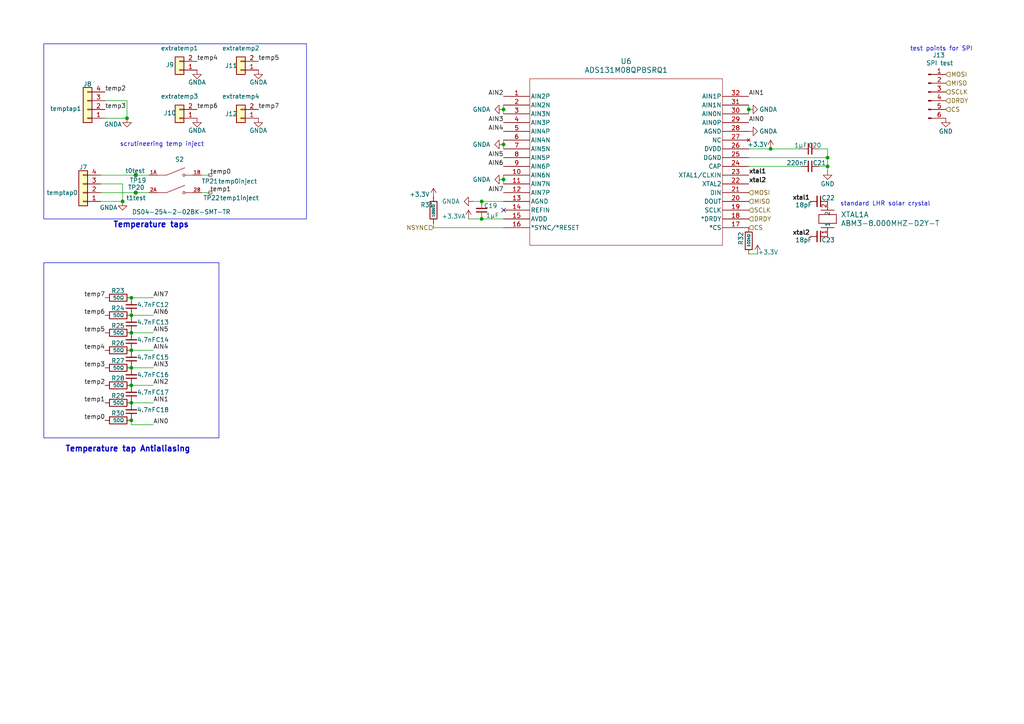
<source format=kicad_sch>
(kicad_sch (version 20250114) (generator "eeschema") (generator_version "9.0")
  (paper "A4")
  (title_block (title "BPS Voltage&Temperature board ") (date "2025-03-05") (rev "2") (company "LHR Solar: Battery Protection System") (comment 1 "Addressed concerns from review council ") (comment 2 "Can support up to 8 temperature inputs. ") (comment 3 "Can support up to 5 cells for voltage measurements.") (comment 4 "Board for measuring voltage and temperature of the battery modules.") (comment 5 "Can support up to 5 cells in series for voltage measurements.") (comment 6 "Can support up to 8 temperature inputs. ") (comment 9 "Addressed concerns from review council "))
  (lib_symbols
    (symbol "ABM3 - 8mhz:ABM3-8.000MHZ-D2Y-T" (pin_names (offset 0.254))
      (property "Reference" "XTAL" (at 5.08 4.445 0))
      (property "Value" "ABM3-8.000MHZ-D2Y-T" (at 5.08 -4.445 0))
      (symbol "ABM3-8.000MHZ-D2Y-T_1_1"
        (polyline (pts (xy 2.54 -1.905) (xy 2.54 1.905)) (stroke (width 0.2032)))
        (polyline (pts (xy 3.81 2.54) (xy 6.35 2.54)) (stroke (width 0.2032)))
        (polyline (pts (xy 3.81 -2.54) (xy 3.81 2.54)) (stroke (width 0.2032)))
        (polyline (pts (xy 6.35 2.54) (xy 6.35 -2.54)) (stroke (width 0.2032)))
        (polyline (pts (xy 6.35 -2.54) (xy 3.81 -2.54)) (stroke (width 0.2032)))
        (polyline (pts (xy 7.62 -1.905) (xy 7.62 1.905)) (stroke (width 0.2032)))
        (pin unspecified line (at 0 0 0) (length 2.54) (name "1") (number "1"))
        (pin unspecified line (at 10.16 0 180) (length 2.54) (name "2") (number "2"))
      )
      (symbol "ABM3-8.000MHZ-D2Y-T_1_2"
        (polyline (pts (xy -2.54 6.35) (xy 2.54 6.35)) (stroke (width 0.2032)))
        (polyline (pts (xy -2.54 3.81) (xy -2.54 6.35)) (stroke (width 0.2032)))
        (polyline (pts (xy 1.905 7.62) (xy -1.905 7.62)) (stroke (width 0.2032)))
        (polyline (pts (xy 1.905 2.54) (xy -1.905 2.54)) (stroke (width 0.2032)))
        (polyline (pts (xy 2.54 6.35) (xy 2.54 3.81)) (stroke (width 0.2032)))
        (polyline (pts (xy 2.54 3.81) (xy -2.54 3.81)) (stroke (width 0.2032)))
        (pin unspecified line (at 0 10.16 270) (length 2.54) (name "2") (number "2"))
        (pin unspecified line (at 0 0 90) (length 2.54) (name "1") (number "1"))
      )
      (symbol "ABM3-8.000MHZ-D2Y-T_2_1"
        (polyline (pts (xy -2.54 6.35) (xy 2.54 6.35)) (stroke (width 0.2032)))
        (polyline (pts (xy -2.54 3.81) (xy -2.54 6.35)) (stroke (width 0.2032)))
        (polyline (pts (xy 1.905 7.62) (xy -1.905 7.62)) (stroke (width 0.2032)))
        (polyline (pts (xy 1.905 2.54) (xy -1.905 2.54)) (stroke (width 0.2032)))
        (polyline (pts (xy 2.54 6.35) (xy 2.54 3.81)) (stroke (width 0.2032)))
        (polyline (pts (xy 2.54 3.81) (xy -2.54 3.81)) (stroke (width 0.2032)))
      )
      (symbol "ABM3-8.000MHZ-D2Y-T_2_2"
        (polyline (pts (xy -2.54 6.35) (xy 2.54 6.35)) (stroke (width 0.2032)))
        (polyline (pts (xy -2.54 3.81) (xy -2.54 6.35)) (stroke (width 0.2032)))
        (polyline (pts (xy 1.905 7.62) (xy -1.905 7.62)) (stroke (width 0.2032)))
        (polyline (pts (xy 1.905 2.54) (xy -1.905 2.54)) (stroke (width 0.2032)))
        (polyline (pts (xy 2.54 6.35) (xy 2.54 3.81)) (stroke (width 0.2032)))
        (polyline (pts (xy 2.54 3.81) (xy -2.54 3.81)) (stroke (width 0.2032)))
      )
    )
    (symbol "ADS131M08Q:ADS131M08QPBSRQ1" (pin_names (offset 0.254))
      (property "Reference" "U1" (at 35.56 10.16 0))
      (property "Value" "ADS131M08QPBSRQ1" (at 35.56 7.62 0))
      (symbol "ADS131M08QPBSRQ1_0_1"
        (polyline (pts (xy 7.62 5.08) (xy 7.62 -43.18)) (stroke (width 0.127)))
        (polyline (pts (xy 7.62 -43.18) (xy 63.5 -43.18)) (stroke (width 0.127)))
        (polyline (pts (xy 63.5 5.08) (xy 7.62 5.08)) (stroke (width 0.127)))
        (polyline (pts (xy 63.5 -43.18) (xy 63.5 5.08)) (stroke (width 0.127)))
        (pin input line (at 0 0 0) (length 7.62) (name "AIN2P") (number "1"))
        (pin input line (at 0 -2.54 0) (length 7.62) (name "AIN2N") (number "2"))
        (pin input line (at 0 -5.08 0) (length 7.62) (name "AIN3N") (number "3"))
        (pin input line (at 0 -7.62 0) (length 7.62) (name "AIN3P") (number "4"))
        (pin input line (at 0 -10.16 0) (length 7.62) (name "AIN4P") (number "5"))
        (pin input line (at 0 -12.7 0) (length 7.62) (name "AIN4N") (number "6"))
        (pin input line (at 0 -15.24 0) (length 7.62) (name "AIN5N") (number "7"))
        (pin input line (at 0 -17.78 0) (length 7.62) (name "AIN5P") (number "8"))
        (pin input line (at 0 -20.32 0) (length 7.62) (name "AIN6P") (number "9"))
        (pin input line (at 0 -22.86 0) (length 7.62) (name "AIN6N") (number "10"))
        (pin input line (at 0 -25.4 0) (length 7.62) (name "AIN7N") (number "11"))
        (pin input line (at 0 -27.94 0) (length 7.62) (name "AIN7P") (number "12"))
        (pin power_in line (at 0 -30.48 0) (length 7.62) (name "AGND") (number "13"))
        (pin power_in line (at 0 -33.02 0) (length 7.62) (name "REFIN") (number "14"))
        (pin power_in line (at 0 -35.56 0) (length 7.62) (name "AVDD") (number "15"))
        (pin input line (at 0 -38.1 0) (length 7.62) (name "*SYNC/*RESET") (number "16"))
        (pin input line (at 71.12 0 180) (length 7.62) (name "AIN1P") (number "32"))
        (pin input line (at 71.12 -2.54 180) (length 7.62) (name "AIN1N") (number "31"))
        (pin input line (at 71.12 -5.08 180) (length 7.62) (name "AIN0N") (number "30"))
        (pin input line (at 71.12 -7.62 180) (length 7.62) (name "AIN0P") (number "29"))
        (pin power_out line (at 71.12 -10.16 180) (length 7.62) (name "AGND") (number "28"))
        (pin no_connect line (at 71.12 -12.7 180) (length 7.62) (name "NC") (number "27"))
        (pin power_in line (at 71.12 -15.24 180) (length 7.62) (name "DVDD") (number "26"))
        (pin power_in line (at 71.12 -17.78 180) (length 7.62) (name "DGND") (number "25"))
        (pin output line (at 71.12 -20.32 180) (length 7.62) (name "CAP") (number "24"))
        (pin input line (at 71.12 -22.86 180) (length 7.62) (name "XTAL1/CLKIN") (number "23"))
        (pin output line (at 71.12 -25.4 180) (length 7.62) (name "XTAL2") (number "22"))
        (pin input line (at 71.12 -27.94 180) (length 7.62) (name "DIN") (number "21"))
        (pin output line (at 71.12 -30.48 180) (length 7.62) (name "DOUT") (number "20"))
        (pin input line (at 71.12 -33.02 180) (length 7.62) (name "SCLK") (number "19"))
        (pin output line (at 71.12 -35.56 180) (length 7.62) (name "*DRDY") (number "18"))
        (pin input line (at 71.12 -38.1 180) (length 7.62) (name "*CS") (number "17"))
      )
    )
    (symbol "Connector:Conn_01x06_Pin" (pin_names (offset 1.016) (hide yes))
      (property "Reference" "J" (at 0 7.62 0))
      (property "Value" "Conn_01x06_Pin" (at 0 -10.16 0))
      (symbol "Conn_01x06_Pin_1_1"
        (rectangle (start 0.8636 5.207) (end 0 4.953) (stroke (width 0.1524)) (fill (type outline)))
        (rectangle (start 0.8636 2.667) (end 0 2.413) (stroke (width 0.1524)) (fill (type outline)))
        (rectangle (start 0.8636 0.127) (end 0 -0.127) (stroke (width 0.1524)) (fill (type outline)))
        (rectangle (start 0.8636 -2.413) (end 0 -2.667) (stroke (width 0.1524)) (fill (type outline)))
        (rectangle (start 0.8636 -4.953) (end 0 -5.207) (stroke (width 0.1524)) (fill (type outline)))
        (rectangle (start 0.8636 -7.493) (end 0 -7.747) (stroke (width 0.1524)) (fill (type outline)))
        (polyline (pts (xy 1.27 5.08) (xy 0.8636 5.08)) (stroke (width 0.1524)))
        (polyline (pts (xy 1.27 2.54) (xy 0.8636 2.54)) (stroke (width 0.1524)))
        (polyline (pts (xy 1.27 0) (xy 0.8636 0)) (stroke (width 0.1524)))
        (polyline (pts (xy 1.27 -2.54) (xy 0.8636 -2.54)) (stroke (width 0.1524)))
        (polyline (pts (xy 1.27 -5.08) (xy 0.8636 -5.08)) (stroke (width 0.1524)))
        (polyline (pts (xy 1.27 -7.62) (xy 0.8636 -7.62)) (stroke (width 0.1524)))
        (pin passive line (at 5.08 5.08 180) (length 3.81) (name "Pin_1") (number "1"))
        (pin passive line (at 5.08 2.54 180) (length 3.81) (name "Pin_2") (number "2"))
        (pin passive line (at 5.08 0 180) (length 3.81) (name "Pin_3") (number "3"))
        (pin passive line (at 5.08 -2.54 180) (length 3.81) (name "Pin_4") (number "4"))
        (pin passive line (at 5.08 -5.08 180) (length 3.81) (name "Pin_5") (number "5"))
        (pin passive line (at 5.08 -7.62 180) (length 3.81) (name "Pin_6") (number "6"))
      )
    )
    (symbol "Connector:TestPoint_Small" (pin_numbers (hide yes)) (pin_names (offset 0.762) (hide yes))
      (property "Reference" "TP" (at 0 3.81 0))
      (property "Value" "TestPoint_Small" (at 0 2.032 0))
      (symbol "TestPoint_Small_0_1"
        (circle (center 0 0) (radius 0.508))
      )
      (symbol "TestPoint_Small_1_1"
        (pin passive line (at 0 0 90) (length 0) (name "1") (number "1"))
      )
    )
    (symbol "Connector_Generic:Conn_01x02" (pin_names (offset 1.016) (hide yes))
      (property "Reference" "J" (at 0 2.54 0))
      (property "Value" "Conn_01x02" (at 0 -5.08 0))
      (symbol "Conn_01x02_1_1"
        (rectangle (start -1.27 1.27) (end 1.27 -3.81) (stroke (width 0.254)) (fill (type background)))
        (rectangle (start -1.27 0.127) (end 0 -0.127) (stroke (width 0.1524)))
        (rectangle (start -1.27 -2.413) (end 0 -2.667) (stroke (width 0.1524)))
        (pin passive line (at -5.08 0 0) (length 3.81) (name "Pin_1") (number "1"))
        (pin passive line (at -5.08 -2.54 0) (length 3.81) (name "Pin_2") (number "2"))
      )
    )
    (symbol "Connector_Generic:Conn_01x04" (pin_names (offset 1.016) (hide yes))
      (property "Reference" "J" (at 0 5.08 0))
      (property "Value" "Conn_01x04" (at 0 -7.62 0))
      (symbol "Conn_01x04_1_1"
        (rectangle (start -1.27 3.81) (end 1.27 -6.35) (stroke (width 0.254)) (fill (type background)))
        (rectangle (start -1.27 2.667) (end 0 2.413) (stroke (width 0.1524)))
        (rectangle (start -1.27 0.127) (end 0 -0.127) (stroke (width 0.1524)))
        (rectangle (start -1.27 -2.413) (end 0 -2.667) (stroke (width 0.1524)))
        (rectangle (start -1.27 -4.953) (end 0 -5.207) (stroke (width 0.1524)))
        (pin passive line (at -5.08 2.54 0) (length 3.81) (name "Pin_1") (number "1"))
        (pin passive line (at -5.08 0 0) (length 3.81) (name "Pin_2") (number "2"))
        (pin passive line (at -5.08 -2.54 0) (length 3.81) (name "Pin_3") (number "3"))
        (pin passive line (at -5.08 -5.08 0) (length 3.81) (name "Pin_4") (number "4"))
      )
    )
    (symbol "DS04-254-2-02BK-SMT-TR:DS04-254-2-02BK-SMT-TR" (pin_names (offset 1.016))
      (property "Reference" "S" (at -2.54 5.08 0))
      (property "Value" "DS04-254-2-02BK-SMT-TR" (at -2.54 -5.08 0))
      (symbol "DS04-254-2-02BK-SMT-TR_0_0"
        (polyline (pts (xy -2.54 2.54) (xy -5.08 2.54)) (stroke (width 0.1524)))
        (polyline (pts (xy -2.54 2.54) (xy 2.794 4.6736)) (stroke (width 0.1524)))
        (polyline (pts (xy -2.54 -2.54) (xy -5.08 -2.54)) (stroke (width 0.1524)))
        (polyline (pts (xy -2.54 -2.54) (xy 2.794 -0.4064)) (stroke (width 0.1524)))
        (circle (center 2.54 2.54) (radius 0.3302) (stroke (width 0.1524)))
        (circle (center 2.54 -2.54) (radius 0.3302) (stroke (width 0.1524)))
        (polyline (pts (xy 5.08 2.54) (xy 2.921 2.54)) (stroke (width 0.1524)))
        (polyline (pts (xy 5.08 -2.54) (xy 2.921 -2.54)) (stroke (width 0.1524)))
        (pin passive line (at -7.62 2.54 0) (length 2.54) (name "~") (number "1A"))
        (pin passive line (at -7.62 -2.54 0) (length 2.54) (name "~") (number "2A"))
        (pin passive line (at 7.62 2.54 180) (length 2.54) (name "~") (number "1B"))
        (pin passive line (at 7.62 -2.54 180) (length 2.54) (name "~") (number "2B"))
      )
    )
    (symbol "Device:C_Small" (pin_numbers (hide yes)) (pin_names (offset 0.254) (hide yes))
      (property "Reference" "C" (at 0.254 1.778 0))
      (property "Value" "C_Small" (at 0.254 -2.032 0))
      (symbol "C_Small_0_1"
        (polyline (pts (xy -1.524 0.508) (xy 1.524 0.508)) (stroke (width 0.3048)))
        (polyline (pts (xy -1.524 -0.508) (xy 1.524 -0.508)) (stroke (width 0.3302)))
      )
      (symbol "C_Small_1_1"
        (pin passive line (at 0 2.54 270) (length 2.032) (name "~") (number "1"))
        (pin passive line (at 0 -2.54 90) (length 2.032) (name "~") (number "2"))
      )
    )
    (symbol "Device:R" (pin_numbers (hide yes)) (pin_names (offset 0))
      (property "Reference" "R" (at 2.032 0 90))
      (property "Value" "R" (at 0 0 90))
      (symbol "R_0_1"
        (rectangle (start -1.016 -2.54) (end 1.016 2.54) (stroke (width 0.254)))
      )
      (symbol "R_1_1"
        (pin passive line (at 0 3.81 270) (length 1.27) (name "~") (number "1"))
        (pin passive line (at 0 -3.81 90) (length 1.27) (name "~") (number "2"))
      )
    )
    (symbol "power:+3.3V" (power) (pin_numbers (hide yes)) (pin_names (offset 0) (hide yes))
      (property "Value" "+3.3V" (at 0 3.556 0))
      (symbol "+3.3V_0_1"
        (polyline (pts (xy -0.762 1.27) (xy 0 2.54)))
        (polyline (pts (xy 0 2.54) (xy 0.762 1.27)))
        (polyline (pts (xy 0 0) (xy 0 2.54)))
      )
      (symbol "+3.3V_1_1"
        (pin power_in line (at 0 0 90) (length 0) (name "~") (number "1"))
      )
    )
    (symbol "power:+3.3VA" (power) (pin_numbers (hide yes)) (pin_names (offset 0) (hide yes))
      (property "Value" "+3.3VA" (at 0 3.556 0))
      (symbol "+3.3VA_0_1"
        (polyline (pts (xy -0.762 1.27) (xy 0 2.54)))
        (polyline (pts (xy 0 2.54) (xy 0.762 1.27)))
        (polyline (pts (xy 0 0) (xy 0 2.54)))
      )
      (symbol "+3.3VA_1_1"
        (pin power_in line (at 0 0 90) (length 0) (name "~") (number "1"))
      )
    )
    (symbol "power:GND" (power) (pin_numbers (hide yes)) (pin_names (offset 0) (hide yes))
      (property "Value" "GND" (at 0 -3.81 0))
      (symbol "GND_0_1"
        (polyline (pts (xy 0 0) (xy 0 -1.27) (xy 1.27 -1.27) (xy 0 -2.54) (xy -1.27 -1.27) (xy 0 -1.27)))
      )
      (symbol "GND_1_1"
        (pin power_in line (at 0 0 270) (length 0) (name "~") (number "1"))
      )
    )
    (symbol "power:GNDA" (power) (pin_numbers (hide yes)) (pin_names (offset 0) (hide yes))
      (property "Value" "GNDA" (at 0 -3.81 0))
      (symbol "GNDA_0_1"
        (polyline (pts (xy 0 0) (xy 0 -1.27) (xy 1.27 -1.27) (xy 0 -2.54) (xy -1.27 -1.27) (xy 0 -1.27)))
      )
      (symbol "GNDA_1_1"
        (pin power_in line (at 0 0 270) (length 0) (name "~") (number "1"))
      )
    )
  )
  (rectangle (start 12.7 12.7) (end 88.9 63.5))
  (rectangle (start 12.7 76.2) (end 63.5 127))
  (text "Temperature tap Antialiasing\n" (at 37.084 130.302 0) (effects (font (size 1.651 1.651) (thickness 0.3302) (bold yes))))
  (text "Temperature taps " (at 44.45 65.278 0) (effects (font (size 1.651 1.651) (thickness 0.3302) (bold yes))))
  (text "standard LHR solar crystal" (at 256.794 59.182 0) (effects (font (size 1.27 1.27))))
  (text "test points for SPI\n" (at 273.05 14.224 0) (effects (font (size 1.27 1.27))))
  (text "scrutineering temp inject\n" (at 46.99 41.91 0) (effects (font (size 1.27 1.27))))
  (junction (at 139.7 63.5))
  (junction (at 38.1 86.36))
  (junction (at 39.37 55.88))
  (junction (at 240.03 45.72))
  (junction (at 39.37 50.8))
  (junction (at 217.17 31.75))
  (junction (at 139.7 58.42))
  (junction (at 146.05 31.75))
  (junction (at 146.05 52.07))
  (junction (at 38.1 111.76))
  (junction (at 38.1 116.84))
  (junction (at 36.83 34.29))
  (junction (at 223.52 43.18))
  (junction (at 38.1 101.6))
  (junction (at 38.1 106.68))
  (junction (at 38.1 91.44))
  (junction (at 35.56 58.42))
  (junction (at 240.03 48.26))
  (junction (at 38.1 96.52))
  (junction (at 38.1 121.92))
  (junction (at 146.05 41.91))
  (no_connect (at 146.05 60.96))
  (wire (pts (xy 146.05 41.91) (xy 146.05 43.18)))
  (wire (pts (xy 240.03 48.26) (xy 240.03 45.72)))
  (wire (pts (xy 38.1 123.19) (xy 38.1 121.92)))
  (wire (pts (xy 44.45 96.52) (xy 38.1 96.52)))
  (wire (pts (xy 217.17 31.75) (xy 217.17 33.02)))
  (wire (pts (xy 60.96 50.8) (xy 58.42 50.8)))
  (wire (pts (xy 43.18 50.8) (xy 39.37 50.8)))
  (wire (pts (xy 44.45 86.36) (xy 38.1 86.36)))
  (wire (pts (xy 240.03 49.53) (xy 240.03 48.26)))
  (wire (pts (xy 146.05 40.64) (xy 146.05 41.91)))
  (wire (pts (xy 44.45 91.44) (xy 38.1 91.44)))
  (wire (pts (xy 29.21 58.42) (xy 35.56 58.42)))
  (wire (pts (xy 232.41 48.26) (xy 217.17 48.26)))
  (wire (pts (xy 223.52 43.18) (xy 232.41 43.18)))
  (wire (pts (xy 146.05 52.07) (xy 146.05 53.34)))
  (wire (pts (xy 36.83 34.29) (xy 36.83 29.21)))
  (wire (pts (xy 43.18 55.88) (xy 39.37 55.88)))
  (wire (pts (xy 146.05 30.48) (xy 146.05 31.75)))
  (wire (pts (xy 237.49 48.26) (xy 240.03 48.26)))
  (wire (pts (xy 44.45 101.6) (xy 38.1 101.6)))
  (wire (pts (xy 217.17 43.18) (xy 223.52 43.18)))
  (wire (pts (xy 139.7 63.5) (xy 146.05 63.5)))
  (wire (pts (xy 217.17 30.48) (xy 217.17 31.75)))
  (wire (pts (xy 44.45 116.84) (xy 38.1 116.84)))
  (wire (pts (xy 36.83 34.29) (xy 30.48 34.29)))
  (wire (pts (xy 44.45 111.76) (xy 38.1 111.76)))
  (wire (pts (xy 125.73 66.04) (xy 146.05 66.04)))
  (wire (pts (xy 36.83 29.21) (xy 30.48 29.21)))
  (wire (pts (xy 137.16 58.42) (xy 139.7 58.42)))
  (wire (pts (xy 240.03 43.18) (xy 237.49 43.18)))
  (wire (pts (xy 139.7 58.42) (xy 146.05 58.42)))
  (wire (pts (xy 35.56 53.34) (xy 35.56 58.42)))
  (wire (pts (xy 44.45 123.19) (xy 38.1 123.19)))
  (wire (pts (xy 29.21 53.34) (xy 35.56 53.34)))
  (wire (pts (xy 240.03 45.72) (xy 240.03 43.18)))
  (wire (pts (xy 146.05 50.8) (xy 146.05 52.07)))
  (wire (pts (xy 125.73 64.77) (xy 125.73 66.04)))
  (wire (pts (xy 219.71 73.66) (xy 217.17 73.66)))
  (wire (pts (xy 39.37 50.8) (xy 29.21 50.8)))
  (wire (pts (xy 44.45 106.68) (xy 38.1 106.68)))
  (wire (pts (xy 60.96 55.88) (xy 58.42 55.88)))
  (wire (pts (xy 146.05 31.75) (xy 146.05 33.02)))
  (wire (pts (xy 217.17 45.72) (xy 240.03 45.72)))
  (wire (pts (xy 135.89 63.5) (xy 139.7 63.5)))
  (wire (pts (xy 29.21 55.88) (xy 39.37 55.88)))
  (label "AIN1" (at 44.45 116.84 0))
  (label "AIN2" (at 44.45 111.76 0))
  (label "AIN3" (at 146.05 35.56 180))
  (label "temp3" (at 30.48 106.68 180))
  (label "temp6" (at 30.48 91.44 180))
  (label "AIN1" (at 217.17 27.94 0))
  (label "temp7" (at 74.93 31.75 0))
  (label "temp1" (at 60.96 55.88 0))
  (label "AIN6" (at 146.05 48.26 180) (effects (font (thickness 0.1588))))
  (label "temp7" (at 30.48 86.36 180))
  (label "xtal2" (at 234.95 68.58 180) (effects (font (thickness 0.254) (bold yes))))
  (label "temp0" (at 60.96 50.8 0))
  (label "temp6" (at 57.15 31.75 0))
  (label "AIN7" (at 44.45 86.36 0) (effects (font (thickness 0.1588))))
  (label "temp0" (at 30.48 121.92 180))
  (label "temp3" (at 30.48 31.75 0))
  (label "AIN0" (at 44.45 123.19 0))
  (label "temp5" (at 30.48 96.52 180))
  (label "AIN7" (at 146.05 55.88 180) (effects (font (thickness 0.1588))))
  (label "AIN4" (at 44.45 101.6 0))
  (label "xtal2" (at 217.17 53.34 0) (effects (font (thickness 0.254) (bold yes))))
  (label "AIN2" (at 146.05 27.94 180))
  (label "AIN5" (at 44.45 96.52 0) (effects (font (thickness 0.1588))))
  (label "AIN4" (at 146.05 38.1 180))
  (label "temp4" (at 30.48 101.6 180))
  (label "temp5" (at 74.93 17.78 0))
  (label "AIN0" (at 217.17 35.56 0))
  (label "temp1" (at 30.48 116.84 180))
  (label "xtal1" (at 234.95 58.42 180) (effects (font (thickness 0.254) (bold yes))))
  (label "temp2" (at 30.48 26.67 0))
  (label "AIN3" (at 44.45 106.68 0))
  (label "temp4" (at 57.15 17.78 0))
  (label "xtal1" (at 217.17 50.8 0) (effects (font (thickness 0.254) (bold yes))))
  (label "temp2" (at 30.48 111.76 180))
  (label "AIN6" (at 44.45 91.44 0) (effects (font (thickness 0.1588))))
  (label "AIN5" (at 146.05 45.72 180))
  (hierarchical_label "SCLK" (shape input) (at 274.32 26.67 0))
  (hierarchical_label "MOSI" (shape input) (at 217.17 55.88 0))
  (hierarchical_label "DRDY" (shape input) (at 274.32 29.21 0))
  (hierarchical_label "CS" (shape input) (at 274.32 31.75 0))
  (hierarchical_label "NSYNC" (shape input) (at 125.73 66.04 180))
  (hierarchical_label "MISO" (shape input) (at 274.32 24.13 0))
  (hierarchical_label "DRDY" (shape input) (at 217.17 63.5 0))
  (hierarchical_label "CS" (shape input) (at 217.17 66.04 0))
  (hierarchical_label "MOSI" (shape input) (at 274.32 21.59 0))
  (hierarchical_label "MISO" (shape input) (at 217.17 58.42 0))
  (hierarchical_label "SCLK" (shape input) (at 217.17 60.96 0))
  (symbol (lib_id "power:GNDA") (at 57.15 34.29 0) (unit 1)
    (property "Reference" "#PWR034" (effects (hide yes)))
    (property "Value" "GNDA" (at 57.15 37.846 0))
    (property "Description" "Power symbol creates a global label with name \"GNDA\" , analog ground" (effects (hide yes)))
  )
  (symbol (lib_id "power:+3.3V") (at 125.73 57.15 0) (unit 1)
    (property "Reference" "#PWR037" (effects (hide yes)))
    (property "Value" "+3.3V" (at 121.666 56.388 0))
    (property "Description" "Power symbol creates a global label with name \"+3.3V\"" (effects (hide yes)))
  )
  (symbol (lib_id "power:GNDA") (at 36.83 34.29 0) (unit 1)
    (property "Reference" "#PWR032" (effects (hide yes)))
    (property "Value" "GNDA" (at 32.766 36.068 0))
    (property "Description" "Power symbol creates a global label with name \"GNDA\" , analog ground" (effects (hide yes)))
  )
  (symbol (lib_id "power:GND") (at 274.32 34.29 0) (unit 1)
    (property "Reference" "#PWR048" (effects (hide yes)))
    (property "Value" "GND" (at 274.32 38.1 0))
    (property "Description" "Power symbol creates a global label with name \"GND\" , ground" (effects (hide yes)))
  )
  (symbol (lib_id "Device:C_Small") (at 38.1 104.14 180) (unit 1)
    (property "Reference" "C15" (at 49.022 103.632 0) (effects (justify left)))
    (property "Value" "4.7nF" (at 45.212 103.632 0) (effects (justify left)))
    (property "Footprint" "Capacitor_SMD:C_0805_2012Metric" (effects (hide yes)))
    (property "Datasheet" "https://www.mouser.com/datasheet/2/447/KEM_C1022_C0G_AUTO_SMD-3316328.pdf" (effects (hide yes)))
    (property "Description" "Unpolarized capacitor, small symbol" (effects (hide yes)))
    (property "P/N" "80-C0805C472J3GAUTO " (effects (hide yes)))
  )
  (symbol (lib_id "Device:C_Small") (at 237.49 68.58 270) (unit 1)
    (property "Reference" "C23" (at 238.252 69.596 90) (effects (justify left)))
    (property "Value" "18pF" (at 230.632 69.596 90) (effects (justify left)))
    (property "Footprint" "Capacitor_SMD:C_0805_2012Metric" (effects (hide yes)))
    (property "Datasheet" "https://www.mouser.com/datasheet/2/40/KGU_Series-3454125.pdf" (effects (hide yes)))
    (property "Description" "Unpolarized capacitor, small symbol" (effects (hide yes)))
    (property "P/N" "581-KGU21RCG2E180FU " (effects (hide yes)))
  )
  (symbol (lib_id "Connector:TestPoint_Small") (at 39.37 50.8 0) (unit 1)
    (property "Reference" "TP19" (at 37.592 52.324 0) (effects (justify left)))
    (property "Value" "t0test" (at 36.322 49.53 0) (effects (justify left)))
    (property "Footprint" "UTSVT_Special:TestPoint_HEX_3mmID" (effects (hide yes)))
    (property "Description" "test point" (effects (hide yes)))
  )
  (symbol (lib_id "power:+3.3V") (at 223.52 43.18 0) (unit 1)
    (property "Reference" "#PWR046" (effects (hide yes)))
    (property "Value" "+3.3V" (at 219.71 41.91 0))
    (property "Description" "Power symbol creates a global label with name \"+3.3V\"" (effects (hide yes)))
  )
  (symbol (lib_id "Device:R") (at 125.73 60.96 0) (unit 1)
    (property "Reference" "R31" (at 121.92 59.436 0) (effects (justify left)))
    (property "Value" "100kΩ" (at 125.73 62.992 90) (effects (font (size 0.762 0.762)) (justify left)))
    (property "Footprint" "Resistor_SMD:R_0805_2012Metric" (effects (hide yes)))
    (property "Datasheet" "https://www.mouser.com/ProductDetail/Vishay-Dale/CRCW0805100KFKEAC?qs=sGAEpiMZZMvdGkrng054t0DrEhLhGh8gZRT9GjFuHWDV3jEqj5sSqw%3D%3D" (effects (hide yes)))
    (property "Description" "Resistor" (effects (hide yes)))
    (property "P/N" "CRCW0805100KFKEAC" (effects (hide yes)))
  )
  (symbol (lib_id "Connector:TestPoint_Small") (at 60.96 50.8 0) (unit 1)
    (property "Reference" "TP21" (at 58.42 52.578 0) (effects (justify left)))
    (property "Value" "temp0inject" (at 63.246 52.578 0) (effects (justify left)))
    (property "Footprint" "TestPoint:TestPoint_Keystone_5010-5014_Multipurpose" (effects (hide yes)))
    (property "Description" "test point" (effects (hide yes)))
  )
  (symbol (lib_id "power:GNDA") (at 35.56 58.42 0) (unit 1)
    (property "Reference" "#PWR031" (effects (hide yes)))
    (property "Value" "GNDA" (at 31.496 60.198 0))
    (property "Description" "Power symbol creates a global label with name \"GNDA\" , analog ground" (effects (hide yes)))
  )
  (symbol (lib_id "Device:C_Small") (at 139.7 60.96 180) (unit 1)
    (property "Reference" "C19" (at 144.272 59.69 0) (effects (justify left)))
    (property "Value" "1μF" (at 144.78 62.484 0) (effects (justify left)))
    (property "Footprint" "Capacitor_SMD:C_0805_2012Metric" (effects (hide yes)))
    (property "Datasheet" "https://www.mouser.com/ProductDetail/KEMET/C0805C105K5PACTU?qs=mYAa4mSiDJyTAfAbrHf%2FRg%3D%3D" (effects (hide yes)))
    (property "Description" "Unpolarized capacitor, small symbol" (effects (hide yes)))
    (property "P/N" "C0805C105K5PACTU" (effects (hide yes)))
  )
  (symbol (lib_id "Device:C_Small") (at 38.1 99.06 180) (unit 1)
    (property "Reference" "C14" (at 49.022 98.552 0) (effects (justify left)))
    (property "Value" "4.7nF" (at 45.212 98.552 0) (effects (justify left)))
    (property "Footprint" "Capacitor_SMD:C_0805_2012Metric" (effects (hide yes)))
    (property "Datasheet" "https://www.mouser.com/datasheet/2/447/KEM_C1022_C0G_AUTO_SMD-3316328.pdf" (effects (hide yes)))
    (property "Description" "Unpolarized capacitor, small symbol" (effects (hide yes)))
    (property "P/N" "80-C0805C472J3GAUTO " (effects (hide yes)))
  )
  (symbol (lib_id "Device:R") (at 34.29 121.92 270) (unit 1)
    (property "Reference" "R30" (at 32.258 119.888 90) (effects (justify left)))
    (property "Value" "50Ω" (at 32.766 121.92 90) (effects (font (size 1.016 1.016)) (justify left)))
    (property "Footprint" "Resistor_SMD:R_0805_2012Metric" (effects (hide yes)))
    (property "Datasheet" "https://www.vishay.com/docs/20008/dcrcw.pdf" (effects (hide yes)))
    (property "Description" "Resistor" (effects (hide yes)))
    (property "P/N" "71-CRCW0805-50 " (effects (hide yes)))
  )
  (symbol (lib_id "Device:C_Small") (at 38.1 93.98 180) (unit 1)
    (property "Reference" "C13" (at 49.022 93.472 0) (effects (justify left)))
    (property "Value" "4.7nF" (at 45.212 93.472 0) (effects (justify left)))
    (property "Footprint" "Capacitor_SMD:C_0805_2012Metric" (effects (hide yes)))
    (property "Datasheet" "https://www.mouser.com/datasheet/2/447/KEM_C1022_C0G_AUTO_SMD-3316328.pdf" (effects (hide yes)))
    (property "Description" "Unpolarized capacitor, small symbol" (effects (hide yes)))
    (property "P/N" "80-C0805C472J3GAUTO " (effects (hide yes)))
  )
  (symbol (lib_id "Connector:TestPoint_Small") (at 60.96 55.88 0) (unit 1)
    (property "Reference" "TP22" (at 58.928 57.404 0) (effects (justify left)))
    (property "Value" "temp1inject" (at 63.754 57.404 0) (effects (justify left)))
    (property "Footprint" "TestPoint:TestPoint_Keystone_5010-5014_Multipurpose" (effects (hide yes)))
    (property "Description" "test point" (effects (hide yes)))
  )
  (symbol (lib_id "power:+3.3V") (at 219.71 73.66 0) (unit 1)
    (property "Reference" "#PWR045" (effects (hide yes)))
    (property "Value" "+3.3V" (at 222.758 73.152 0))
    (property "Description" "Power symbol creates a global label with name \"+3.3V\"" (effects (hide yes)))
  )
  (symbol (lib_id "Device:C_Small") (at 38.1 119.38 180) (unit 1)
    (property "Reference" "C18" (at 49.022 118.872 0) (effects (justify left)))
    (property "Value" "4.7nF" (at 45.212 118.872 0) (effects (justify left)))
    (property "Footprint" "Capacitor_SMD:C_0805_2012Metric" (effects (hide yes)))
    (property "Datasheet" "https://www.mouser.com/datasheet/2/447/KEM_C1022_C0G_AUTO_SMD-3316328.pdf" (effects (hide yes)))
    (property "Description" "Unpolarized capacitor, small symbol" (effects (hide yes)))
    (property "P/N" "80-C0805C472J3GAUTO " (effects (hide yes)))
  )
  (symbol (lib_id "power:GNDA") (at 137.16 58.42 270) (unit 1)
    (property "Reference" "#PWR039" (effects (hide yes)))
    (property "Value" "GNDA" (at 133.35 58.4199 90) (effects (justify right)))
    (property "Description" "Power symbol creates a global label with name \"GNDA\" , analog ground" (effects (hide yes)))
  )
  (symbol (lib_id "Device:C_Small") (at 234.95 43.18 90) (unit 1)
    (property "Reference" "C20" (at 238.252 42.164 90) (effects (justify left)))
    (property "Value" "1μF" (at 234.188 42.164 90) (effects (justify left)))
    (property "Footprint" "Capacitor_SMD:C_0805_2012Metric" (effects (hide yes)))
    (property "Datasheet" "https://www.mouser.com/ProductDetail/KEMET/C0805C105K5PACTU?qs=mYAa4mSiDJyTAfAbrHf%2FRg%3D%3D" (effects (hide yes)))
    (property "Description" "Unpolarized capacitor, small symbol" (effects (hide yes)))
    (property "P/N" "C0805C105K5PACTU" (effects (hide yes)))
  )
  (symbol (lib_id "Connector_Generic:Conn_01x02") (at 52.07 20.32 180) (unit 1)
    (property "Reference" "J9" (at 49.276 18.796 0))
    (property "Value" "extratemp1" (at 52.07 13.97 0))
    (property "Footprint" "Connector_Molex:Molex_Nano-Fit_105313-xx02_1x02_P2.50mm_Horizontal" (effects (hide yes)))
    (property "Datasheet" "https://tools.molex.com/pdm_docs/sd/1053132102_sd.pdf" (effects (hide yes)))
    (property "Description" "Generic connector, single row, 01x02, script generated (kicad-library-utils/schlib/autogen/connector/)" (effects (hide yes)))
    (property "P/N" "538-105313-2102" (effects (hide yes)))
  )
  (symbol (lib_id "Connector:Conn_01x06_Pin") (at 269.24 26.67 0) (unit 1)
    (property "Reference" "J13" (at 272.288 16.002 0))
    (property "Value" "SPI test" (at 272.542 18.288 0))
    (property "Footprint" "Connector_PinHeader_2.54mm:PinHeader_1x06_P2.54mm_Vertical" (effects (hide yes)))
    (property "Description" "Generic connector, single row, 01x06, script generated" (effects (hide yes)))
  )
  (symbol (lib_id "Connector_Generic:Conn_01x04") (at 24.13 55.88 180) (unit 1)
    (property "Reference" "J7" (at 24.13 48.514 0))
    (property "Value" "temptap0" (at 18.034 55.88 0))
    (property "Footprint" "Connector_Molex:Molex_Nano-Fit_105313-xx04_1x04_P2.50mm_Horizontal" (effects (hide yes)))
    (property "Datasheet" "https://tools.molex.com/pdm_docs/sd/1053132104_sd.pdf" (effects (hide yes)))
    (property "Description" "Generic connector, single row, 01x04, script generated (kicad-library-utils/schlib/autogen/connector/)" (effects (hide yes)))
    (property "P/N" "538-105313-2104" (effects (hide yes)))
  )
  (symbol (lib_id "power:GNDA") (at 74.93 34.29 0) (unit 1)
    (property "Reference" "#PWR036" (effects (hide yes)))
    (property "Value" "GNDA" (at 74.93 37.846 0))
    (property "Description" "Power symbol creates a global label with name \"GNDA\" , analog ground" (effects (hide yes)))
  )
  (symbol (lib_id "power:GNDA") (at 74.93 20.32 0) (unit 1)
    (property "Reference" "#PWR035" (effects (hide yes)))
    (property "Value" "GNDA" (at 74.93 23.876 0))
    (property "Description" "Power symbol creates a global label with name \"GNDA\" , analog ground" (effects (hide yes)))
  )
  (symbol (lib_id "power:GNDA") (at 146.05 31.75 270) (unit 1)
    (property "Reference" "#PWR040" (effects (hide yes)))
    (property "Value" "GNDA" (at 142.24 31.7499 90) (effects (justify right)))
    (property "Description" "Power symbol creates a global label with name \"GNDA\" , analog ground" (effects (hide yes)))
  )
  (symbol (lib_id "ADS131M08Q:ADS131M08QPBSRQ1") (at 146.05 27.94 0) (unit 1)
    (property "Reference" "U6" (at 181.61 17.78 0) (effects (font (size 1.524 1.524))))
    (property "Value" "ADS131M08QPBSRQ1" (at 181.61 20.32 0) (effects (font (size 1.524 1.524))))
    (property "Footprint" "footprints:TQFP32_PBS_TEX" (effects (hide yes)))
    (property "Datasheet" "https://www.ti.com/lit/ds/symlink/ads131m08-q1.pdf?ts=1738977833542" (effects (hide yes)))
    (property "P/N" "595-ADS131M08QPBSRQ1" (effects (hide yes)))
  )
  (symbol (lib_id "Connector_Generic:Conn_01x04") (at 25.4 31.75 180) (unit 1)
    (property "Reference" "J8" (at 25.4 24.384 0))
    (property "Value" "temptap1" (at 19.05 31.496 0))
    (property "Footprint" "Connector_Molex:Molex_Nano-Fit_105313-xx04_1x04_P2.50mm_Horizontal" (effects (hide yes)))
    (property "Datasheet" "https://tools.molex.com/pdm_docs/sd/1053132104_sd.pdf" (effects (hide yes)))
    (property "Description" "Generic connector, single row, 01x04, script generated (kicad-library-utils/schlib/autogen/connector/)" (effects (hide yes)))
    (property "P/N" "538-105313-2104" (effects (hide yes)))
  )
  (symbol (lib_id "Device:R") (at 34.29 106.68 270) (unit 1)
    (property "Reference" "R27" (at 32.258 104.648 90) (effects (justify left)))
    (property "Value" "50Ω" (at 32.766 106.68 90) (effects (font (size 1.016 1.016)) (justify left)))
    (property "Footprint" "Resistor_SMD:R_0805_2012Metric" (effects (hide yes)))
    (property "Datasheet" "https://www.vishay.com/docs/20008/dcrcw.pdf" (effects (hide yes)))
    (property "Description" "Resistor" (effects (hide yes)))
    (property "P/N" "71-CRCW0805-50 " (effects (hide yes)))
  )
  (symbol (lib_id "Connector:TestPoint_Small") (at 39.37 55.88 0) (unit 1)
    (property "Reference" "TP20" (at 37.084 54.356 0) (effects (justify left)))
    (property "Value" "t1test" (at 36.576 57.404 0) (effects (justify left)))
    (property "Footprint" "UTSVT_Special:TestPoint_HEX_3mmID" (effects (hide yes)))
    (property "Description" "test point" (effects (hide yes)))
  )
  (symbol (lib_id "Device:C_Small") (at 237.49 58.42 270) (unit 1)
    (property "Reference" "C22" (at 238.252 57.404 90) (effects (justify left)))
    (property "Value" "18pF" (at 230.632 59.436 90) (effects (justify left)))
    (property "Footprint" "Capacitor_SMD:C_0805_2012Metric" (effects (hide yes)))
    (property "Datasheet" "https://www.mouser.com/datasheet/2/40/KGU_Series-3454125.pdf" (effects (hide yes)))
    (property "Description" "Unpolarized capacitor, small symbol" (effects (hide yes)))
    (property "P/N" "581-KGU21RCG2E180FU " (effects (hide yes)))
  )
  (symbol (lib_id "power:GND") (at 240.03 49.53 0) (unit 1)
    (property "Reference" "#PWR047" (effects (hide yes)))
    (property "Value" "GND" (at 240.03 53.34 0))
    (property "Description" "Power symbol creates a global label with name \"GND\" , ground" (effects (hide yes)))
  )
  (symbol (lib_id "Device:R") (at 34.29 86.36 270) (unit 1)
    (property "Reference" "R23" (at 32.258 84.328 90) (effects (justify left)))
    (property "Value" "50Ω" (at 32.766 86.36 90) (effects (font (size 1.016 1.016)) (justify left)))
    (property "Footprint" "Resistor_SMD:R_0805_2012Metric" (effects (hide yes)))
    (property "Datasheet" "https://www.vishay.com/docs/20008/dcrcw.pdf" (effects (hide yes)))
    (property "Description" "Resistor" (effects (hide yes)))
    (property "P/N" "71-CRCW0805-50 " (effects (hide yes)))
  )
  (symbol (lib_id "Device:C_Small") (at 38.1 114.3 180) (unit 1)
    (property "Reference" "C17" (at 49.022 113.792 0) (effects (justify left)))
    (property "Value" "4.7nF" (at 45.212 113.792 0) (effects (justify left)))
    (property "Footprint" "Capacitor_SMD:C_0805_2012Metric" (effects (hide yes)))
    (property "Datasheet" "https://www.mouser.com/datasheet/2/447/KEM_C1022_C0G_AUTO_SMD-3316328.pdf" (effects (hide yes)))
    (property "Description" "Unpolarized capacitor, small symbol" (effects (hide yes)))
    (property "P/N" "80-C0805C472J3GAUTO " (effects (hide yes)))
  )
  (symbol (lib_id "Connector_Generic:Conn_01x02") (at 52.07 34.29 180) (unit 1)
    (property "Reference" "J10" (at 49.276 32.766 0))
    (property "Value" "extratemp3" (at 52.07 27.94 0))
    (property "Footprint" "Connector_Molex:Molex_Nano-Fit_105313-xx02_1x02_P2.50mm_Horizontal" (effects (hide yes)))
    (property "Datasheet" "https://tools.molex.com/pdm_docs/sd/1053132102_sd.pdf" (effects (hide yes)))
    (property "Description" "Generic connector, single row, 01x02, script generated (kicad-library-utils/schlib/autogen/connector/)" (effects (hide yes)))
    (property "P/N" "538-105313-2102" (effects (hide yes)))
  )
  (symbol (lib_id "power:GNDA") (at 57.15 20.32 0) (unit 1)
    (property "Reference" "#PWR033" (effects (hide yes)))
    (property "Value" "GNDA" (at 57.15 23.876 0))
    (property "Description" "Power symbol creates a global label with name \"GNDA\" , analog ground" (effects (hide yes)))
  )
  (symbol (lib_id "Device:R") (at 34.29 91.44 270) (unit 1)
    (property "Reference" "R24" (at 32.258 89.408 90) (effects (justify left)))
    (property "Value" "50Ω" (at 32.766 91.44 90) (effects (font (size 1.016 1.016)) (justify left)))
    (property "Footprint" "Resistor_SMD:R_0805_2012Metric" (effects (hide yes)))
    (property "Datasheet" "https://www.vishay.com/docs/20008/dcrcw.pdf" (effects (hide yes)))
    (property "Description" "Resistor" (effects (hide yes)))
    (property "P/N" "71-CRCW0805-50 " (effects (hide yes)))
  )
  (symbol (lib_id "Device:R") (at 34.29 96.52 270) (unit 1)
    (property "Reference" "R25" (at 32.258 94.488 90) (effects (justify left)))
    (property "Value" "50Ω" (at 32.766 96.52 90) (effects (font (size 1.016 1.016)) (justify left)))
    (property "Footprint" "Resistor_SMD:R_0805_2012Metric" (effects (hide yes)))
    (property "Datasheet" "https://www.vishay.com/docs/20008/dcrcw.pdf" (effects (hide yes)))
    (property "Description" "Resistor" (effects (hide yes)))
    (property "P/N" "71-CRCW0805-50 " (effects (hide yes)))
  )
  (symbol (lib_id "power:GNDA") (at 146.05 52.07 270) (unit 1)
    (property "Reference" "#PWR042" (effects (hide yes)))
    (property "Value" "GNDA" (at 142.24 52.0699 90) (effects (justify right)))
    (property "Description" "Power symbol creates a global label with name \"GNDA\" , analog ground" (effects (hide yes)))
  )
  (symbol (lib_id "Device:R") (at 34.29 111.76 270) (unit 1)
    (property "Reference" "R28" (at 32.258 109.728 90) (effects (justify left)))
    (property "Value" "50Ω" (at 32.766 111.76 90) (effects (font (size 1.016 1.016)) (justify left)))
    (property "Footprint" "Resistor_SMD:R_0805_2012Metric" (effects (hide yes)))
    (property "Datasheet" "https://www.vishay.com/docs/20008/dcrcw.pdf" (effects (hide yes)))
    (property "Description" "Resistor" (effects (hide yes)))
    (property "P/N" "71-CRCW0805-50 " (effects (hide yes)))
  )
  (symbol (lib_id "Device:C_Small") (at 38.1 109.22 180) (unit 1)
    (property "Reference" "C16" (at 49.022 108.712 0) (effects (justify left)))
    (property "Value" "4.7nF" (at 45.212 108.712 0) (effects (justify left)))
    (property "Footprint" "Capacitor_SMD:C_0805_2012Metric" (effects (hide yes)))
    (property "Datasheet" "https://www.mouser.com/datasheet/2/447/KEM_C1022_C0G_AUTO_SMD-3316328.pdf" (effects (hide yes)))
    (property "Description" "Unpolarized capacitor, small symbol" (effects (hide yes)))
    (property "P/N" "80-C0805C472J3GAUTO " (effects (hide yes)))
  )
  (symbol (lib_id "Device:R") (at 217.17 69.85 0) (unit 1)
    (property "Reference" "R32" (at 214.884 71.12 90) (effects (justify left)))
    (property "Value" "100kΩ" (at 217.17 71.628 90) (effects (font (size 0.762 0.762)) (justify left)))
    (property "Footprint" "Resistor_SMD:R_0805_2012Metric" (effects (hide yes)))
    (property "Datasheet" "https://www.mouser.com/ProductDetail/Vishay-Dale/CRCW0805100KFKEAC?qs=sGAEpiMZZMvdGkrng054t0DrEhLhGh8gZRT9GjFuHWDV3jEqj5sSqw%3D%3D" (effects (hide yes)))
    (property "Description" "Resistor" (effects (hide yes)))
    (property "P/N" "CRCW0805100KFKEAC" (effects (hide yes)))
  )
  (symbol (lib_id "ABM3 - 8mhz:ABM3-8.000MHZ-D2Y-T") (at 240.03 68.58 90) (unit 1)
    (property "Reference" "XTAL1" (at 243.84 62.2299 90) (effects (font (size 1.524 1.524)) (justify right)))
    (property "Value" "ABM3-8.000MHZ-D2Y-T" (at 243.84 64.7699 90) (effects (font (size 1.524 1.524)) (justify right)))
    (property "Footprint" "footprints:XTAL_ABM3-8.000MHZ-D2Y-T_ABR" (effects (hide yes)))
    (property "Datasheet" "https://www.mouser.com/datasheet/2/3/abm3-1774854.pdf" (effects (hide yes)))
    (property "P/N" "815-ABM3-8-D2Y-T" (effects (hide yes)))
  )
  (symbol (lib_id "Device:C_Small") (at 234.95 48.26 270) (unit 1)
    (property "Reference" "C21" (at 235.712 47.244 90) (effects (justify left)))
    (property "Value" "220nF" (at 228.092 47.244 90) (effects (justify left)))
    (property "Footprint" "Capacitor_SMD:C_0805_2012Metric" (effects (hide yes)))
    (property "Datasheet" "https://www.mouser.com/datasheet/2/447/KEM_C1010_X7R_HV_SMD-3316377.pdf" (effects (hide yes)))
    (property "Description" "Unpolarized capacitor, small symbol" (effects (hide yes)))
    (property "P/N" "80-C0805C22JCRTU" (effects (hide yes)))
  )
  (symbol (lib_id "Device:R") (at 34.29 116.84 270) (unit 1)
    (property "Reference" "R29" (at 32.258 114.808 90) (effects (justify left)))
    (property "Value" "50Ω" (at 32.766 116.84 90) (effects (font (size 1.016 1.016)) (justify left)))
    (property "Footprint" "Resistor_SMD:R_0805_2012Metric" (effects (hide yes)))
    (property "Datasheet" "https://www.vishay.com/docs/20008/dcrcw.pdf" (effects (hide yes)))
    (property "Description" "Resistor" (effects (hide yes)))
    (property "P/N" "71-CRCW0805-50 " (effects (hide yes)))
  )
  (symbol (lib_id "Connector_Generic:Conn_01x02") (at 69.85 34.29 180) (unit 1)
    (property "Reference" "J12" (at 67.056 33.02 0))
    (property "Value" "extratemp4" (at 69.85 27.94 0))
    (property "Footprint" "Connector_Molex:Molex_Nano-Fit_105313-xx02_1x02_P2.50mm_Horizontal" (effects (hide yes)))
    (property "Datasheet" "https://tools.molex.com/pdm_docs/sd/1053132102_sd.pdf" (effects (hide yes)))
    (property "Description" "Generic connector, single row, 01x02, script generated (kicad-library-utils/schlib/autogen/connector/)" (effects (hide yes)))
    (property "P/N" "538-105313-2102" (effects (hide yes)))
  )
  (symbol (lib_id "Device:R") (at 34.29 101.6 270) (unit 1)
    (property "Reference" "R26" (at 32.258 99.568 90) (effects (justify left)))
    (property "Value" "50Ω" (at 32.766 101.6 90) (effects (font (size 1.016 1.016)) (justify left)))
    (property "Footprint" "Resistor_SMD:R_0805_2012Metric" (effects (hide yes)))
    (property "Datasheet" "https://www.vishay.com/docs/20008/dcrcw.pdf" (effects (hide yes)))
    (property "Description" "Resistor" (effects (hide yes)))
    (property "P/N" "71-CRCW0805-50 " (effects (hide yes)))
  )
  (symbol (lib_id "power:GNDA") (at 217.17 38.1 90) (unit 1)
    (property "Reference" "#PWR044" (effects (hide yes)))
    (property "Value" "GNDA" (at 220.218 38.1 90) (effects (justify right)))
    (property "Description" "Power symbol creates a global label with name \"GNDA\" , analog ground" (effects (hide yes)))
  )
  (symbol (lib_id "Device:C_Small") (at 38.1 88.9 180) (unit 1)
    (property "Reference" "C12" (at 49.022 88.392 0) (effects (justify left)))
    (property "Value" "4.7nF" (at 45.212 88.392 0) (effects (justify left)))
    (property "Footprint" "Capacitor_SMD:C_0805_2012Metric" (effects (hide yes)))
    (property "Datasheet" "https://www.mouser.com/datasheet/2/447/KEM_C1022_C0G_AUTO_SMD-3316328.pdf" (effects (hide yes)))
    (property "Description" "Unpolarized capacitor, small symbol" (effects (hide yes)))
    (property "P/N" "80-C0805C472J3GAUTO " (effects (hide yes)))
  )
  (symbol (lib_id "DS04-254-2-02BK-SMT-TR:DS04-254-2-02BK-SMT-TR") (at 50.8 53.34 0) (unit 1)
    (property "Reference" "S2" (at 52.07 46.228 0))
    (property "Value" "DS04-254-2-02BK-SMT-TR" (at 52.578 61.468 0))
    (property "Footprint" "footprints:SW_DS04-254-2-02BK-SMT-TR" (effects (hide yes)))
    (property "Datasheet" "https://www.mouser.com/datasheet/2/1628/ds04_254_smt-3510286.pdf" (effects (hide yes)))
    (property "PARTREV" "V0.0" (effects (hide yes)))
    (property "MANUFACTURER" "CUI Inc." (effects (hide yes)))
    (property "MAXIMUM_PACKAGE_HEIGHT" "4.86 mm" (effects (hide yes)))
    (property "STANDARD" "Manufacturer Recommendations" (effects (hide yes)))
    (property "P/N" "490-DS04254202BK-STR" (effects (hide yes)))
  )
  (symbol (lib_id "power:+3.3VA") (at 135.89 63.5 0) (unit 1)
    (property "Reference" "#PWR038" (effects (hide yes)))
    (property "Value" "+3.3VA" (at 131.572 62.738 0))
    (property "Description" "Power symbol creates a global label with name \"+3.3VA\"" (effects (hide yes)))
  )
  (symbol (lib_id "Connector_Generic:Conn_01x02") (at 69.85 20.32 180) (unit 1)
    (property "Reference" "J11" (at 67.056 19.05 0))
    (property "Value" "extratemp2" (at 69.85 13.97 0))
    (property "Footprint" "Connector_Molex:Molex_Nano-Fit_105313-xx02_1x02_P2.50mm_Horizontal" (effects (hide yes)))
    (property "Datasheet" "https://tools.molex.com/pdm_docs/sd/1053132102_sd.pdf" (effects (hide yes)))
    (property "Description" "Generic connector, single row, 01x02, script generated (kicad-library-utils/schlib/autogen/connector/)" (effects (hide yes)))
    (property "P/N" "538-105313-2102" (effects (hide yes)))
  )
  (symbol (lib_id "power:GNDA") (at 146.05 41.91 270) (unit 1)
    (property "Reference" "#PWR041" (effects (hide yes)))
    (property "Value" "GNDA" (at 142.24 41.9099 90) (effects (justify right)))
    (property "Description" "Power symbol creates a global label with name \"GNDA\" , analog ground" (effects (hide yes)))
  )
  (symbol (lib_id "power:GNDA") (at 217.17 31.75 90) (unit 1)
    (property "Reference" "#PWR043" (effects (hide yes)))
    (property "Value" "GNDA" (at 220.218 31.75 90) (effects (justify right)))
    (property "Description" "Power symbol creates a global label with name \"GNDA\" , analog ground" (effects (hide yes)))
  )
)
</source>
